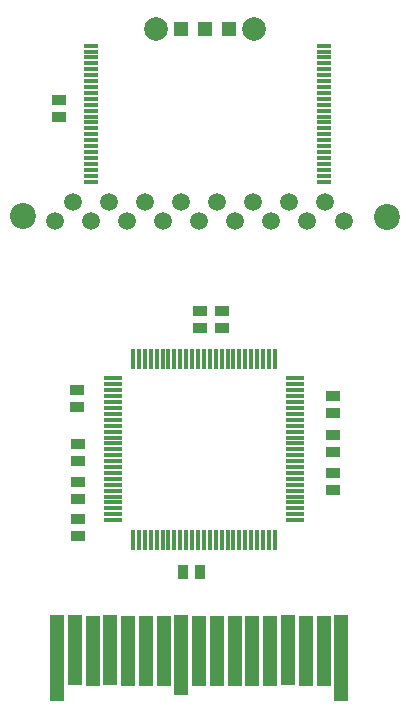
<source format=gbr>
%TF.GenerationSoftware,KiCad,Pcbnew,(6.0.2)*%
%TF.CreationDate,2022-10-02T17:57:44-05:00*%
%TF.ProjectId,MCN003R3,4d434e30-3033-4523-932e-6b696361645f,rev?*%
%TF.SameCoordinates,Original*%
%TF.FileFunction,Soldermask,Top*%
%TF.FilePolarity,Negative*%
%FSLAX46Y46*%
G04 Gerber Fmt 4.6, Leading zero omitted, Abs format (unit mm)*
G04 Created by KiCad (PCBNEW (6.0.2)) date 2022-10-02 17:57:44*
%MOMM*%
%LPD*%
G01*
G04 APERTURE LIST*
G04 Aperture macros list*
%AMRoundRect*
0 Rectangle with rounded corners*
0 $1 Rounding radius*
0 $2 $3 $4 $5 $6 $7 $8 $9 X,Y pos of 4 corners*
0 Add a 4 corners polygon primitive as box body*
4,1,4,$2,$3,$4,$5,$6,$7,$8,$9,$2,$3,0*
0 Add four circle primitives for the rounded corners*
1,1,$1+$1,$2,$3*
1,1,$1+$1,$4,$5*
1,1,$1+$1,$6,$7*
1,1,$1+$1,$8,$9*
0 Add four rect primitives between the rounded corners*
20,1,$1+$1,$2,$3,$4,$5,0*
20,1,$1+$1,$4,$5,$6,$7,0*
20,1,$1+$1,$6,$7,$8,$9,0*
20,1,$1+$1,$8,$9,$2,$3,0*%
G04 Aperture macros list end*
%ADD10R,1.300000X0.300000*%
%ADD11RoundRect,0.011200X0.128800X-0.768800X0.128800X0.768800X-0.128800X0.768800X-0.128800X-0.768800X0*%
%ADD12RoundRect,0.056000X0.724000X-0.084000X0.724000X0.084000X-0.724000X0.084000X-0.724000X-0.084000X0*%
%ADD13R,1.150000X0.910000*%
%ADD14R,0.910000X1.150000*%
%ADD15C,2.200000*%
%ADD16R,1.200000X7.250000*%
%ADD17R,1.200000X6.000000*%
%ADD18R,1.200000X6.750000*%
%ADD19C,1.500000*%
%ADD20R,1.300000X1.300000*%
%ADD21C,2.000000*%
G04 APERTURE END LIST*
D10*
%TO.C,IC2*%
X156832000Y-85575000D03*
X156832000Y-85075000D03*
X156832000Y-84575000D03*
X156832000Y-84075000D03*
X156832000Y-83575000D03*
X156832000Y-83075000D03*
X156832000Y-82575000D03*
X156832000Y-82075000D03*
X156832000Y-81575000D03*
X156832000Y-81075000D03*
X156832000Y-80575000D03*
X156832000Y-80075000D03*
X156832000Y-79575000D03*
X156832000Y-79075000D03*
X156832000Y-78575000D03*
X156832000Y-78075000D03*
X156832000Y-77575000D03*
X156832000Y-77075000D03*
X156832000Y-76575000D03*
X156832000Y-76075000D03*
X156832000Y-75575000D03*
X156832000Y-75075000D03*
X156832000Y-74575000D03*
X156832000Y-74075000D03*
X137132000Y-74075000D03*
X137132000Y-74575000D03*
X137132000Y-75075000D03*
X137132000Y-75575000D03*
X137132000Y-76075000D03*
X137132000Y-76575000D03*
X137132000Y-77075000D03*
X137132000Y-77575000D03*
X137132000Y-78075000D03*
X137132000Y-78575000D03*
X137132000Y-79075000D03*
X137132000Y-79575000D03*
X137132000Y-80075000D03*
X137132000Y-80575000D03*
X137132000Y-81075000D03*
X137132000Y-81575000D03*
X137132000Y-82075000D03*
X137132000Y-82575000D03*
X137132000Y-83075000D03*
X137132000Y-83575000D03*
X137132000Y-84075000D03*
X137132000Y-84575000D03*
X137132000Y-85075000D03*
X137132000Y-85575000D03*
%TD*%
D11*
%TO.C,IC1*%
X140656000Y-115931500D03*
X141156000Y-115931500D03*
X141656000Y-115931500D03*
X142156000Y-115931500D03*
X142656000Y-115931500D03*
X143156000Y-115931500D03*
X143656000Y-115931500D03*
X144156000Y-115931500D03*
X144656000Y-115931500D03*
X145156000Y-115931500D03*
X145656000Y-115931500D03*
X146156000Y-115931500D03*
X146656000Y-115931500D03*
X147156000Y-115931500D03*
X147656000Y-115931500D03*
X148156000Y-115931500D03*
X148656000Y-115931500D03*
X149156000Y-115931500D03*
X149656000Y-115931500D03*
X150156000Y-115931500D03*
X150656000Y-115931500D03*
X151156000Y-115931500D03*
X151656000Y-115931500D03*
X152156000Y-115931500D03*
X152656000Y-115931500D03*
D12*
X154336000Y-114251500D03*
X154336000Y-113751500D03*
X154336000Y-113251500D03*
X154336000Y-112751500D03*
X154336000Y-112251500D03*
X154336000Y-111751500D03*
X154336000Y-111251500D03*
X154336000Y-110751500D03*
X154336000Y-110251500D03*
X154336000Y-109751500D03*
X154336000Y-109251500D03*
X154336000Y-108751500D03*
X154336000Y-108251500D03*
X154336000Y-107751500D03*
X154336000Y-107251500D03*
X154336000Y-106751500D03*
X154336000Y-106251500D03*
X154336000Y-105751500D03*
X154336000Y-105251500D03*
X154336000Y-104751500D03*
X154336000Y-104251500D03*
X154336000Y-103751500D03*
X154336000Y-103251500D03*
X154336000Y-102751500D03*
X154336000Y-102251500D03*
D11*
X152656000Y-100571500D03*
X152156000Y-100571500D03*
X151656000Y-100571500D03*
X151156000Y-100571500D03*
X150656000Y-100571500D03*
X150156000Y-100571500D03*
X149656000Y-100571500D03*
X149156000Y-100571500D03*
X148656000Y-100571500D03*
X148156000Y-100571500D03*
X147656000Y-100571500D03*
X147156000Y-100571500D03*
X146656000Y-100571500D03*
X146156000Y-100571500D03*
X145656000Y-100571500D03*
X145156000Y-100571500D03*
X144656000Y-100571500D03*
X144156000Y-100571500D03*
X143656000Y-100571500D03*
X143156000Y-100571500D03*
X142656000Y-100571500D03*
X142156000Y-100571500D03*
X141656000Y-100571500D03*
X141156000Y-100571500D03*
X140656000Y-100571500D03*
D12*
X138976000Y-102251500D03*
X138976000Y-102751500D03*
X138976000Y-103251500D03*
X138976000Y-103751500D03*
X138976000Y-104251500D03*
X138976000Y-104751500D03*
X138976000Y-105251500D03*
X138976000Y-105751500D03*
X138976000Y-106251500D03*
X138976000Y-106751500D03*
X138976000Y-107251500D03*
X138976000Y-107751500D03*
X138976000Y-108251500D03*
X138976000Y-108751500D03*
X138976000Y-109251500D03*
X138976000Y-109751500D03*
X138976000Y-110251500D03*
X138976000Y-110751500D03*
X138976000Y-111251500D03*
X138976000Y-111751500D03*
X138976000Y-112251500D03*
X138976000Y-112751500D03*
X138976000Y-113251500D03*
X138976000Y-113751500D03*
X138976000Y-114251500D03*
%TD*%
D13*
%TO.C,C7*%
X157593000Y-105202000D03*
X157592000Y-103772000D03*
%TD*%
%TO.C,C6*%
X148182000Y-97956000D03*
X148181000Y-96526000D03*
%TD*%
%TO.C,R1*%
X135961000Y-115616000D03*
X135960000Y-114186000D03*
%TD*%
%TO.C,C8*%
X157549000Y-111713000D03*
X157548000Y-110283000D03*
%TD*%
%TO.C,C4*%
X135921000Y-104664000D03*
X135920000Y-103234000D03*
%TD*%
D14*
%TO.C,C1*%
X144880000Y-118609000D03*
X146310000Y-118608000D03*
%TD*%
D15*
%TO.C,Hole2*%
X162190000Y-88555000D03*
%TD*%
D13*
%TO.C,C3*%
X135959000Y-109268000D03*
X135958000Y-107838000D03*
%TD*%
D16*
%TO.C,J1*%
X134202000Y-125926000D03*
D17*
X135744000Y-125280000D03*
X137259000Y-125288000D03*
X138718000Y-125280000D03*
X140225000Y-125287000D03*
X141788000Y-125287000D03*
X143287000Y-125287000D03*
D18*
X144714000Y-125630000D03*
D17*
X146211000Y-125295000D03*
X147774000Y-125295000D03*
X149281000Y-125287000D03*
X150756000Y-125287000D03*
X152255000Y-125287000D03*
X153754000Y-125279000D03*
X155269000Y-125287000D03*
X156784000Y-125287000D03*
D16*
X158291000Y-125920000D03*
%TD*%
D13*
%TO.C,C9*%
X157550000Y-108454000D03*
X157549000Y-107024000D03*
%TD*%
%TO.C,C10*%
X134372000Y-80139000D03*
X134371000Y-78709000D03*
%TD*%
%TO.C,C5*%
X146316000Y-97956000D03*
X146315000Y-96526000D03*
%TD*%
D19*
%TO.C,J2*%
X134038000Y-88898000D03*
X135587000Y-87348000D03*
X137088000Y-88898000D03*
X138637000Y-87348000D03*
X140138000Y-88898000D03*
X141687000Y-87348000D03*
X143188000Y-88898000D03*
X144737000Y-87348000D03*
X146238000Y-88898000D03*
X147787000Y-87348000D03*
X149288000Y-88898000D03*
X150837000Y-87348000D03*
X152338000Y-88898000D03*
X153887000Y-87348000D03*
X155414000Y-88898000D03*
X156937000Y-87348000D03*
X158490000Y-88898000D03*
%TD*%
D20*
%TO.C,SW1*%
X144724000Y-72671000D03*
X146750000Y-72671000D03*
X148770000Y-72674000D03*
D21*
X142620000Y-72675000D03*
X150915100Y-72674200D03*
%TD*%
D13*
%TO.C,C2*%
X135958000Y-112483000D03*
X135957000Y-111053000D03*
%TD*%
D15*
%TO.C,Hole1*%
X131318000Y-88476000D03*
%TD*%
M02*

</source>
